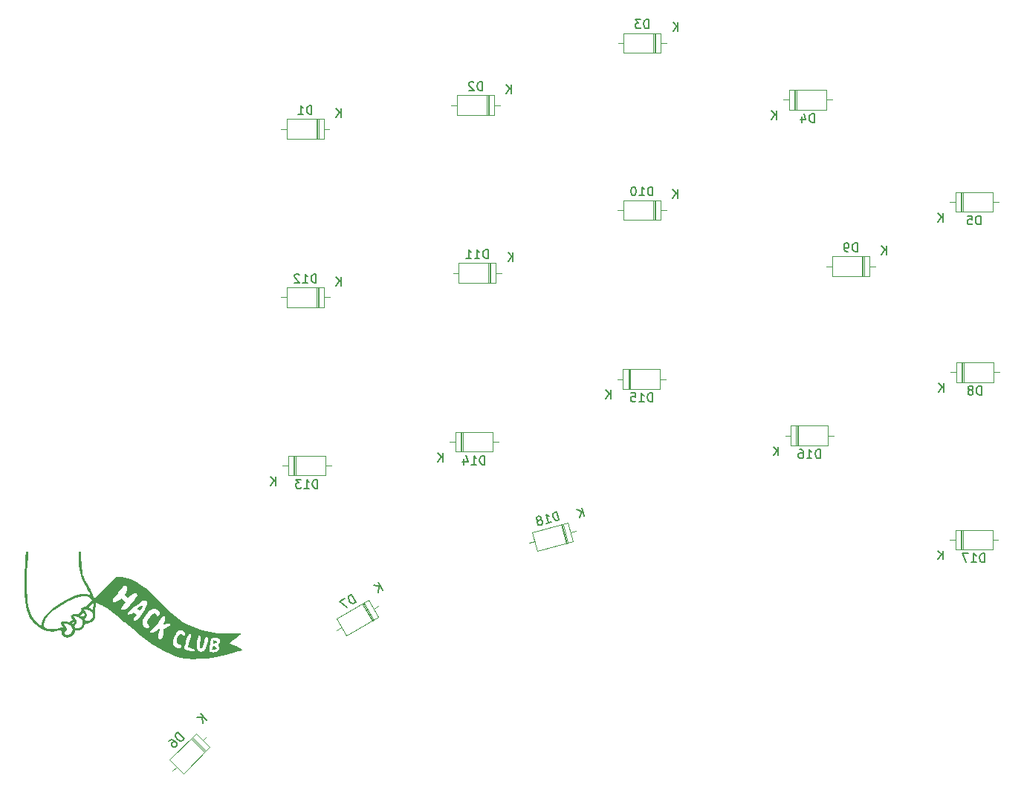
<source format=gbr>
%TF.GenerationSoftware,KiCad,Pcbnew,9.0.2-9.0.2-0~ubuntu24.04.1*%
%TF.CreationDate,2025-07-03T20:15:33-04:00*%
%TF.ProjectId,custom_Hackboard,63757374-6f6d-45f4-9861-636b626f6172,rev?*%
%TF.SameCoordinates,Original*%
%TF.FileFunction,Legend,Bot*%
%TF.FilePolarity,Positive*%
%FSLAX46Y46*%
G04 Gerber Fmt 4.6, Leading zero omitted, Abs format (unit mm)*
G04 Created by KiCad (PCBNEW 9.0.2-9.0.2-0~ubuntu24.04.1) date 2025-07-03 20:15:33*
%MOMM*%
%LPD*%
G01*
G04 APERTURE LIST*
%ADD10C,0.150000*%
%ADD11C,0.300000*%
%ADD12C,0.120000*%
%ADD13C,0.000000*%
G04 APERTURE END LIST*
D10*
X494914285Y-284224819D02*
X494914285Y-283224819D01*
X494914285Y-283224819D02*
X494676190Y-283224819D01*
X494676190Y-283224819D02*
X494533333Y-283272438D01*
X494533333Y-283272438D02*
X494438095Y-283367676D01*
X494438095Y-283367676D02*
X494390476Y-283462914D01*
X494390476Y-283462914D02*
X494342857Y-283653390D01*
X494342857Y-283653390D02*
X494342857Y-283796247D01*
X494342857Y-283796247D02*
X494390476Y-283986723D01*
X494390476Y-283986723D02*
X494438095Y-284081961D01*
X494438095Y-284081961D02*
X494533333Y-284177200D01*
X494533333Y-284177200D02*
X494676190Y-284224819D01*
X494676190Y-284224819D02*
X494914285Y-284224819D01*
X493390476Y-284224819D02*
X493961904Y-284224819D01*
X493676190Y-284224819D02*
X493676190Y-283224819D01*
X493676190Y-283224819D02*
X493771428Y-283367676D01*
X493771428Y-283367676D02*
X493866666Y-283462914D01*
X493866666Y-283462914D02*
X493961904Y-283510533D01*
X492438095Y-284224819D02*
X493009523Y-284224819D01*
X492723809Y-284224819D02*
X492723809Y-283224819D01*
X492723809Y-283224819D02*
X492819047Y-283367676D01*
X492819047Y-283367676D02*
X492914285Y-283462914D01*
X492914285Y-283462914D02*
X493009523Y-283510533D01*
X497771904Y-284544820D02*
X497771904Y-283544820D01*
X497200476Y-284544820D02*
X497629047Y-283973391D01*
X497200476Y-283544820D02*
X497771904Y-284116248D01*
X513694285Y-277064819D02*
X513694285Y-276064819D01*
X513694285Y-276064819D02*
X513456190Y-276064819D01*
X513456190Y-276064819D02*
X513313333Y-276112438D01*
X513313333Y-276112438D02*
X513218095Y-276207676D01*
X513218095Y-276207676D02*
X513170476Y-276302914D01*
X513170476Y-276302914D02*
X513122857Y-276493390D01*
X513122857Y-276493390D02*
X513122857Y-276636247D01*
X513122857Y-276636247D02*
X513170476Y-276826723D01*
X513170476Y-276826723D02*
X513218095Y-276921961D01*
X513218095Y-276921961D02*
X513313333Y-277017200D01*
X513313333Y-277017200D02*
X513456190Y-277064819D01*
X513456190Y-277064819D02*
X513694285Y-277064819D01*
X512170476Y-277064819D02*
X512741904Y-277064819D01*
X512456190Y-277064819D02*
X512456190Y-276064819D01*
X512456190Y-276064819D02*
X512551428Y-276207676D01*
X512551428Y-276207676D02*
X512646666Y-276302914D01*
X512646666Y-276302914D02*
X512741904Y-276350533D01*
X511551428Y-276064819D02*
X511456190Y-276064819D01*
X511456190Y-276064819D02*
X511360952Y-276112438D01*
X511360952Y-276112438D02*
X511313333Y-276160057D01*
X511313333Y-276160057D02*
X511265714Y-276255295D01*
X511265714Y-276255295D02*
X511218095Y-276445771D01*
X511218095Y-276445771D02*
X511218095Y-276683866D01*
X511218095Y-276683866D02*
X511265714Y-276874342D01*
X511265714Y-276874342D02*
X511313333Y-276969580D01*
X511313333Y-276969580D02*
X511360952Y-277017200D01*
X511360952Y-277017200D02*
X511456190Y-277064819D01*
X511456190Y-277064819D02*
X511551428Y-277064819D01*
X511551428Y-277064819D02*
X511646666Y-277017200D01*
X511646666Y-277017200D02*
X511694285Y-276969580D01*
X511694285Y-276969580D02*
X511741904Y-276874342D01*
X511741904Y-276874342D02*
X511789523Y-276683866D01*
X511789523Y-276683866D02*
X511789523Y-276445771D01*
X511789523Y-276445771D02*
X511741904Y-276255295D01*
X511741904Y-276255295D02*
X511694285Y-276160057D01*
X511694285Y-276160057D02*
X511646666Y-276112438D01*
X511646666Y-276112438D02*
X511551428Y-276064819D01*
X516551904Y-277384820D02*
X516551904Y-276384820D01*
X515980476Y-277384820D02*
X516409047Y-276813391D01*
X515980476Y-276384820D02*
X516551904Y-276956248D01*
X532774283Y-307014820D02*
X532774283Y-306014820D01*
X532774283Y-306014820D02*
X532536188Y-306014820D01*
X532536188Y-306014820D02*
X532393331Y-306062439D01*
X532393331Y-306062439D02*
X532298093Y-306157677D01*
X532298093Y-306157677D02*
X532250474Y-306252915D01*
X532250474Y-306252915D02*
X532202855Y-306443391D01*
X532202855Y-306443391D02*
X532202855Y-306586248D01*
X532202855Y-306586248D02*
X532250474Y-306776724D01*
X532250474Y-306776724D02*
X532298093Y-306871962D01*
X532298093Y-306871962D02*
X532393331Y-306967201D01*
X532393331Y-306967201D02*
X532536188Y-307014820D01*
X532536188Y-307014820D02*
X532774283Y-307014820D01*
X531250474Y-307014820D02*
X531821902Y-307014820D01*
X531536188Y-307014820D02*
X531536188Y-306014820D01*
X531536188Y-306014820D02*
X531631426Y-306157677D01*
X531631426Y-306157677D02*
X531726664Y-306252915D01*
X531726664Y-306252915D02*
X531821902Y-306300534D01*
X530393331Y-306014820D02*
X530583807Y-306014820D01*
X530583807Y-306014820D02*
X530679045Y-306062439D01*
X530679045Y-306062439D02*
X530726664Y-306110058D01*
X530726664Y-306110058D02*
X530821902Y-306252915D01*
X530821902Y-306252915D02*
X530869521Y-306443391D01*
X530869521Y-306443391D02*
X530869521Y-306824343D01*
X530869521Y-306824343D02*
X530821902Y-306919581D01*
X530821902Y-306919581D02*
X530774283Y-306967201D01*
X530774283Y-306967201D02*
X530679045Y-307014820D01*
X530679045Y-307014820D02*
X530488569Y-307014820D01*
X530488569Y-307014820D02*
X530393331Y-306967201D01*
X530393331Y-306967201D02*
X530345712Y-306919581D01*
X530345712Y-306919581D02*
X530298093Y-306824343D01*
X530298093Y-306824343D02*
X530298093Y-306586248D01*
X530298093Y-306586248D02*
X530345712Y-306491010D01*
X530345712Y-306491010D02*
X530393331Y-306443391D01*
X530393331Y-306443391D02*
X530488569Y-306395772D01*
X530488569Y-306395772D02*
X530679045Y-306395772D01*
X530679045Y-306395772D02*
X530774283Y-306443391D01*
X530774283Y-306443391D02*
X530821902Y-306491010D01*
X530821902Y-306491010D02*
X530869521Y-306586248D01*
X528011904Y-306694818D02*
X528011904Y-305694818D01*
X527440476Y-306694818D02*
X527869047Y-306123389D01*
X527440476Y-305694818D02*
X528011904Y-306266246D01*
X532088093Y-268724819D02*
X532088093Y-267724819D01*
X532088093Y-267724819D02*
X531849998Y-267724819D01*
X531849998Y-267724819D02*
X531707141Y-267772438D01*
X531707141Y-267772438D02*
X531611903Y-267867676D01*
X531611903Y-267867676D02*
X531564284Y-267962914D01*
X531564284Y-267962914D02*
X531516665Y-268153390D01*
X531516665Y-268153390D02*
X531516665Y-268296247D01*
X531516665Y-268296247D02*
X531564284Y-268486723D01*
X531564284Y-268486723D02*
X531611903Y-268581961D01*
X531611903Y-268581961D02*
X531707141Y-268677200D01*
X531707141Y-268677200D02*
X531849998Y-268724819D01*
X531849998Y-268724819D02*
X532088093Y-268724819D01*
X530659522Y-268058152D02*
X530659522Y-268724819D01*
X530897617Y-267677200D02*
X531135712Y-268391485D01*
X531135712Y-268391485D02*
X530516665Y-268391485D01*
X527801904Y-268404818D02*
X527801904Y-267404818D01*
X527230476Y-268404818D02*
X527659047Y-267833389D01*
X527230476Y-267404818D02*
X527801904Y-267976246D01*
X551138096Y-299784819D02*
X551138096Y-298784819D01*
X551138096Y-298784819D02*
X550900001Y-298784819D01*
X550900001Y-298784819D02*
X550757144Y-298832438D01*
X550757144Y-298832438D02*
X550661906Y-298927676D01*
X550661906Y-298927676D02*
X550614287Y-299022914D01*
X550614287Y-299022914D02*
X550566668Y-299213390D01*
X550566668Y-299213390D02*
X550566668Y-299356247D01*
X550566668Y-299356247D02*
X550614287Y-299546723D01*
X550614287Y-299546723D02*
X550661906Y-299641961D01*
X550661906Y-299641961D02*
X550757144Y-299737200D01*
X550757144Y-299737200D02*
X550900001Y-299784819D01*
X550900001Y-299784819D02*
X551138096Y-299784819D01*
X549995239Y-299213390D02*
X550090477Y-299165771D01*
X550090477Y-299165771D02*
X550138096Y-299118152D01*
X550138096Y-299118152D02*
X550185715Y-299022914D01*
X550185715Y-299022914D02*
X550185715Y-298975295D01*
X550185715Y-298975295D02*
X550138096Y-298880057D01*
X550138096Y-298880057D02*
X550090477Y-298832438D01*
X550090477Y-298832438D02*
X549995239Y-298784819D01*
X549995239Y-298784819D02*
X549804763Y-298784819D01*
X549804763Y-298784819D02*
X549709525Y-298832438D01*
X549709525Y-298832438D02*
X549661906Y-298880057D01*
X549661906Y-298880057D02*
X549614287Y-298975295D01*
X549614287Y-298975295D02*
X549614287Y-299022914D01*
X549614287Y-299022914D02*
X549661906Y-299118152D01*
X549661906Y-299118152D02*
X549709525Y-299165771D01*
X549709525Y-299165771D02*
X549804763Y-299213390D01*
X549804763Y-299213390D02*
X549995239Y-299213390D01*
X549995239Y-299213390D02*
X550090477Y-299261009D01*
X550090477Y-299261009D02*
X550138096Y-299308628D01*
X550138096Y-299308628D02*
X550185715Y-299403866D01*
X550185715Y-299403866D02*
X550185715Y-299594342D01*
X550185715Y-299594342D02*
X550138096Y-299689580D01*
X550138096Y-299689580D02*
X550090477Y-299737200D01*
X550090477Y-299737200D02*
X549995239Y-299784819D01*
X549995239Y-299784819D02*
X549804763Y-299784819D01*
X549804763Y-299784819D02*
X549709525Y-299737200D01*
X549709525Y-299737200D02*
X549661906Y-299689580D01*
X549661906Y-299689580D02*
X549614287Y-299594342D01*
X549614287Y-299594342D02*
X549614287Y-299403866D01*
X549614287Y-299403866D02*
X549661906Y-299308628D01*
X549661906Y-299308628D02*
X549709525Y-299261009D01*
X549709525Y-299261009D02*
X549804763Y-299213390D01*
X546851904Y-299464818D02*
X546851904Y-298464818D01*
X546280476Y-299464818D02*
X546709047Y-298893389D01*
X546280476Y-298464818D02*
X546851904Y-299036246D01*
X513644286Y-300564819D02*
X513644286Y-299564819D01*
X513644286Y-299564819D02*
X513406191Y-299564819D01*
X513406191Y-299564819D02*
X513263334Y-299612438D01*
X513263334Y-299612438D02*
X513168096Y-299707676D01*
X513168096Y-299707676D02*
X513120477Y-299802914D01*
X513120477Y-299802914D02*
X513072858Y-299993390D01*
X513072858Y-299993390D02*
X513072858Y-300136247D01*
X513072858Y-300136247D02*
X513120477Y-300326723D01*
X513120477Y-300326723D02*
X513168096Y-300421961D01*
X513168096Y-300421961D02*
X513263334Y-300517200D01*
X513263334Y-300517200D02*
X513406191Y-300564819D01*
X513406191Y-300564819D02*
X513644286Y-300564819D01*
X512120477Y-300564819D02*
X512691905Y-300564819D01*
X512406191Y-300564819D02*
X512406191Y-299564819D01*
X512406191Y-299564819D02*
X512501429Y-299707676D01*
X512501429Y-299707676D02*
X512596667Y-299802914D01*
X512596667Y-299802914D02*
X512691905Y-299850533D01*
X511215715Y-299564819D02*
X511691905Y-299564819D01*
X511691905Y-299564819D02*
X511739524Y-300041009D01*
X511739524Y-300041009D02*
X511691905Y-299993390D01*
X511691905Y-299993390D02*
X511596667Y-299945771D01*
X511596667Y-299945771D02*
X511358572Y-299945771D01*
X511358572Y-299945771D02*
X511263334Y-299993390D01*
X511263334Y-299993390D02*
X511215715Y-300041009D01*
X511215715Y-300041009D02*
X511168096Y-300136247D01*
X511168096Y-300136247D02*
X511168096Y-300374342D01*
X511168096Y-300374342D02*
X511215715Y-300469580D01*
X511215715Y-300469580D02*
X511263334Y-300517200D01*
X511263334Y-300517200D02*
X511358572Y-300564819D01*
X511358572Y-300564819D02*
X511596667Y-300564819D01*
X511596667Y-300564819D02*
X511691905Y-300517200D01*
X511691905Y-300517200D02*
X511739524Y-300469580D01*
X508881904Y-300244818D02*
X508881904Y-299244818D01*
X508310476Y-300244818D02*
X508739047Y-299673389D01*
X508310476Y-299244818D02*
X508881904Y-299816246D01*
X494544283Y-307724820D02*
X494544283Y-306724820D01*
X494544283Y-306724820D02*
X494306188Y-306724820D01*
X494306188Y-306724820D02*
X494163331Y-306772439D01*
X494163331Y-306772439D02*
X494068093Y-306867677D01*
X494068093Y-306867677D02*
X494020474Y-306962915D01*
X494020474Y-306962915D02*
X493972855Y-307153391D01*
X493972855Y-307153391D02*
X493972855Y-307296248D01*
X493972855Y-307296248D02*
X494020474Y-307486724D01*
X494020474Y-307486724D02*
X494068093Y-307581962D01*
X494068093Y-307581962D02*
X494163331Y-307677201D01*
X494163331Y-307677201D02*
X494306188Y-307724820D01*
X494306188Y-307724820D02*
X494544283Y-307724820D01*
X493020474Y-307724820D02*
X493591902Y-307724820D01*
X493306188Y-307724820D02*
X493306188Y-306724820D01*
X493306188Y-306724820D02*
X493401426Y-306867677D01*
X493401426Y-306867677D02*
X493496664Y-306962915D01*
X493496664Y-306962915D02*
X493591902Y-307010534D01*
X492163331Y-307058153D02*
X492163331Y-307724820D01*
X492401426Y-306677201D02*
X492639521Y-307391486D01*
X492639521Y-307391486D02*
X492020474Y-307391486D01*
X489781904Y-307404818D02*
X489781904Y-306404818D01*
X489210476Y-307404818D02*
X489639047Y-306833389D01*
X489210476Y-306404818D02*
X489781904Y-306976246D01*
X460280374Y-338984703D02*
X459573267Y-338277597D01*
X459573267Y-338277597D02*
X459404908Y-338445955D01*
X459404908Y-338445955D02*
X459337565Y-338580642D01*
X459337565Y-338580642D02*
X459337565Y-338715329D01*
X459337565Y-338715329D02*
X459371237Y-338816345D01*
X459371237Y-338816345D02*
X459472252Y-338984703D01*
X459472252Y-338984703D02*
X459573267Y-339085719D01*
X459573267Y-339085719D02*
X459741626Y-339186734D01*
X459741626Y-339186734D02*
X459842641Y-339220406D01*
X459842641Y-339220406D02*
X459977328Y-339220406D01*
X459977328Y-339220406D02*
X460112015Y-339153062D01*
X460112015Y-339153062D02*
X460280374Y-338984703D01*
X458563115Y-339287749D02*
X458697802Y-339153062D01*
X458697802Y-339153062D02*
X458798817Y-339119390D01*
X458798817Y-339119390D02*
X458866160Y-339119390D01*
X458866160Y-339119390D02*
X459034519Y-339153062D01*
X459034519Y-339153062D02*
X459202878Y-339254077D01*
X459202878Y-339254077D02*
X459472252Y-339523451D01*
X459472252Y-339523451D02*
X459505924Y-339624467D01*
X459505924Y-339624467D02*
X459505924Y-339691810D01*
X459505924Y-339691810D02*
X459472252Y-339792825D01*
X459472252Y-339792825D02*
X459337565Y-339927512D01*
X459337565Y-339927512D02*
X459236550Y-339961184D01*
X459236550Y-339961184D02*
X459169206Y-339961184D01*
X459169206Y-339961184D02*
X459068191Y-339927512D01*
X459068191Y-339927512D02*
X458899832Y-339759154D01*
X458899832Y-339759154D02*
X458866160Y-339658138D01*
X458866160Y-339658138D02*
X458866160Y-339590795D01*
X458866160Y-339590795D02*
X458899832Y-339489780D01*
X458899832Y-339489780D02*
X459034519Y-339355093D01*
X459034519Y-339355093D02*
X459135534Y-339321421D01*
X459135534Y-339321421D02*
X459202878Y-339321421D01*
X459202878Y-339321421D02*
X459303893Y-339355093D01*
X462864008Y-336853618D02*
X462156901Y-336146512D01*
X462459947Y-337257680D02*
X462358931Y-336550573D01*
X461752840Y-336550573D02*
X462560962Y-336550573D01*
X536988097Y-283454819D02*
X536988097Y-282454819D01*
X536988097Y-282454819D02*
X536750002Y-282454819D01*
X536750002Y-282454819D02*
X536607145Y-282502438D01*
X536607145Y-282502438D02*
X536511907Y-282597676D01*
X536511907Y-282597676D02*
X536464288Y-282692914D01*
X536464288Y-282692914D02*
X536416669Y-282883390D01*
X536416669Y-282883390D02*
X536416669Y-283026247D01*
X536416669Y-283026247D02*
X536464288Y-283216723D01*
X536464288Y-283216723D02*
X536511907Y-283311961D01*
X536511907Y-283311961D02*
X536607145Y-283407200D01*
X536607145Y-283407200D02*
X536750002Y-283454819D01*
X536750002Y-283454819D02*
X536988097Y-283454819D01*
X535940478Y-283454819D02*
X535750002Y-283454819D01*
X535750002Y-283454819D02*
X535654764Y-283407200D01*
X535654764Y-283407200D02*
X535607145Y-283359580D01*
X535607145Y-283359580D02*
X535511907Y-283216723D01*
X535511907Y-283216723D02*
X535464288Y-283026247D01*
X535464288Y-283026247D02*
X535464288Y-282645295D01*
X535464288Y-282645295D02*
X535511907Y-282550057D01*
X535511907Y-282550057D02*
X535559526Y-282502438D01*
X535559526Y-282502438D02*
X535654764Y-282454819D01*
X535654764Y-282454819D02*
X535845240Y-282454819D01*
X535845240Y-282454819D02*
X535940478Y-282502438D01*
X535940478Y-282502438D02*
X535988097Y-282550057D01*
X535988097Y-282550057D02*
X536035716Y-282645295D01*
X536035716Y-282645295D02*
X536035716Y-282883390D01*
X536035716Y-282883390D02*
X535988097Y-282978628D01*
X535988097Y-282978628D02*
X535940478Y-283026247D01*
X535940478Y-283026247D02*
X535845240Y-283073866D01*
X535845240Y-283073866D02*
X535654764Y-283073866D01*
X535654764Y-283073866D02*
X535559526Y-283026247D01*
X535559526Y-283026247D02*
X535511907Y-282978628D01*
X535511907Y-282978628D02*
X535464288Y-282883390D01*
X540321904Y-283774820D02*
X540321904Y-282774820D01*
X539750476Y-283774820D02*
X540179047Y-283203391D01*
X539750476Y-282774820D02*
X540321904Y-283346248D01*
X551048093Y-280364819D02*
X551048093Y-279364819D01*
X551048093Y-279364819D02*
X550809998Y-279364819D01*
X550809998Y-279364819D02*
X550667141Y-279412438D01*
X550667141Y-279412438D02*
X550571903Y-279507676D01*
X550571903Y-279507676D02*
X550524284Y-279602914D01*
X550524284Y-279602914D02*
X550476665Y-279793390D01*
X550476665Y-279793390D02*
X550476665Y-279936247D01*
X550476665Y-279936247D02*
X550524284Y-280126723D01*
X550524284Y-280126723D02*
X550571903Y-280221961D01*
X550571903Y-280221961D02*
X550667141Y-280317200D01*
X550667141Y-280317200D02*
X550809998Y-280364819D01*
X550809998Y-280364819D02*
X551048093Y-280364819D01*
X549571903Y-279364819D02*
X550048093Y-279364819D01*
X550048093Y-279364819D02*
X550095712Y-279841009D01*
X550095712Y-279841009D02*
X550048093Y-279793390D01*
X550048093Y-279793390D02*
X549952855Y-279745771D01*
X549952855Y-279745771D02*
X549714760Y-279745771D01*
X549714760Y-279745771D02*
X549619522Y-279793390D01*
X549619522Y-279793390D02*
X549571903Y-279841009D01*
X549571903Y-279841009D02*
X549524284Y-279936247D01*
X549524284Y-279936247D02*
X549524284Y-280174342D01*
X549524284Y-280174342D02*
X549571903Y-280269580D01*
X549571903Y-280269580D02*
X549619522Y-280317200D01*
X549619522Y-280317200D02*
X549714760Y-280364819D01*
X549714760Y-280364819D02*
X549952855Y-280364819D01*
X549952855Y-280364819D02*
X550048093Y-280317200D01*
X550048093Y-280317200D02*
X550095712Y-280269580D01*
X546761904Y-280044818D02*
X546761904Y-279044818D01*
X546190476Y-280044818D02*
X546619047Y-279473389D01*
X546190476Y-279044818D02*
X546761904Y-279616246D01*
X479856161Y-323423863D02*
X479356161Y-322557838D01*
X479356161Y-322557838D02*
X479149964Y-322676885D01*
X479149964Y-322676885D02*
X479050056Y-322789553D01*
X479050056Y-322789553D02*
X479015196Y-322919651D01*
X479015196Y-322919651D02*
X479021576Y-323025939D01*
X479021576Y-323025939D02*
X479075575Y-323214706D01*
X479075575Y-323214706D02*
X479147003Y-323338424D01*
X479147003Y-323338424D02*
X479283481Y-323479571D01*
X479283481Y-323479571D02*
X479372339Y-323538240D01*
X479372339Y-323538240D02*
X479502437Y-323573100D01*
X479502437Y-323573100D02*
X479649964Y-323542911D01*
X479649964Y-323542911D02*
X479856161Y-323423863D01*
X478572614Y-323010219D02*
X477995264Y-323343552D01*
X477995264Y-323343552D02*
X478866418Y-323995292D01*
X482903325Y-322034087D02*
X482403325Y-321168062D01*
X482408454Y-322319801D02*
X482493893Y-321610644D01*
X481908454Y-321453776D02*
X482689039Y-321662933D01*
X474838094Y-267794819D02*
X474838094Y-266794819D01*
X474838094Y-266794819D02*
X474599999Y-266794819D01*
X474599999Y-266794819D02*
X474457142Y-266842438D01*
X474457142Y-266842438D02*
X474361904Y-266937676D01*
X474361904Y-266937676D02*
X474314285Y-267032914D01*
X474314285Y-267032914D02*
X474266666Y-267223390D01*
X474266666Y-267223390D02*
X474266666Y-267366247D01*
X474266666Y-267366247D02*
X474314285Y-267556723D01*
X474314285Y-267556723D02*
X474361904Y-267651961D01*
X474361904Y-267651961D02*
X474457142Y-267747200D01*
X474457142Y-267747200D02*
X474599999Y-267794819D01*
X474599999Y-267794819D02*
X474838094Y-267794819D01*
X473314285Y-267794819D02*
X473885713Y-267794819D01*
X473599999Y-267794819D02*
X473599999Y-266794819D01*
X473599999Y-266794819D02*
X473695237Y-266937676D01*
X473695237Y-266937676D02*
X473790475Y-267032914D01*
X473790475Y-267032914D02*
X473885713Y-267080533D01*
X478171904Y-268114819D02*
X478171904Y-267114819D01*
X477600476Y-268114819D02*
X478029047Y-267543390D01*
X477600476Y-267114819D02*
X478171904Y-267686247D01*
X551514283Y-318874820D02*
X551514283Y-317874820D01*
X551514283Y-317874820D02*
X551276188Y-317874820D01*
X551276188Y-317874820D02*
X551133331Y-317922439D01*
X551133331Y-317922439D02*
X551038093Y-318017677D01*
X551038093Y-318017677D02*
X550990474Y-318112915D01*
X550990474Y-318112915D02*
X550942855Y-318303391D01*
X550942855Y-318303391D02*
X550942855Y-318446248D01*
X550942855Y-318446248D02*
X550990474Y-318636724D01*
X550990474Y-318636724D02*
X551038093Y-318731962D01*
X551038093Y-318731962D02*
X551133331Y-318827201D01*
X551133331Y-318827201D02*
X551276188Y-318874820D01*
X551276188Y-318874820D02*
X551514283Y-318874820D01*
X549990474Y-318874820D02*
X550561902Y-318874820D01*
X550276188Y-318874820D02*
X550276188Y-317874820D01*
X550276188Y-317874820D02*
X550371426Y-318017677D01*
X550371426Y-318017677D02*
X550466664Y-318112915D01*
X550466664Y-318112915D02*
X550561902Y-318160534D01*
X549657140Y-317874820D02*
X548990474Y-317874820D01*
X548990474Y-317874820D02*
X549419045Y-318874820D01*
X546751904Y-318554818D02*
X546751904Y-317554818D01*
X546180476Y-318554818D02*
X546609047Y-317983389D01*
X546180476Y-317554818D02*
X546751904Y-318126246D01*
X503031951Y-314057279D02*
X502773132Y-313091353D01*
X502773132Y-313091353D02*
X502543150Y-313152976D01*
X502543150Y-313152976D02*
X502417485Y-313235947D01*
X502417485Y-313235947D02*
X502350142Y-313352589D01*
X502350142Y-313352589D02*
X502328795Y-313456907D01*
X502328795Y-313456907D02*
X502332097Y-313653218D01*
X502332097Y-313653218D02*
X502369071Y-313791207D01*
X502369071Y-313791207D02*
X502464367Y-313962868D01*
X502464367Y-313962868D02*
X502535012Y-314042536D01*
X502535012Y-314042536D02*
X502651655Y-314109880D01*
X502651655Y-314109880D02*
X502801969Y-314118902D01*
X502801969Y-314118902D02*
X503031951Y-314057279D01*
X501560064Y-314451670D02*
X502112022Y-314303773D01*
X501836043Y-314377721D02*
X501577224Y-313411795D01*
X501577224Y-313411795D02*
X501706191Y-313525135D01*
X501706191Y-313525135D02*
X501822834Y-313592479D01*
X501822834Y-313592479D02*
X501927151Y-313613826D01*
X500860210Y-314047609D02*
X500939878Y-313976963D01*
X500939878Y-313976963D02*
X500973550Y-313918642D01*
X500973550Y-313918642D02*
X500994897Y-313814324D01*
X500994897Y-313814324D02*
X500982572Y-313768327D01*
X500982572Y-313768327D02*
X500911926Y-313688659D01*
X500911926Y-313688659D02*
X500853605Y-313654987D01*
X500853605Y-313654987D02*
X500749288Y-313633640D01*
X500749288Y-313633640D02*
X500565302Y-313682939D01*
X500565302Y-313682939D02*
X500485634Y-313753585D01*
X500485634Y-313753585D02*
X500451962Y-313811906D01*
X500451962Y-313811906D02*
X500430615Y-313916224D01*
X500430615Y-313916224D02*
X500442939Y-313962220D01*
X500442939Y-313962220D02*
X500513585Y-314041889D01*
X500513585Y-314041889D02*
X500571907Y-314075560D01*
X500571907Y-314075560D02*
X500676224Y-314096907D01*
X500676224Y-314096907D02*
X500860210Y-314047609D01*
X500860210Y-314047609D02*
X500964528Y-314068956D01*
X500964528Y-314068956D02*
X501022849Y-314102627D01*
X501022849Y-314102627D02*
X501093495Y-314182296D01*
X501093495Y-314182296D02*
X501142794Y-314366281D01*
X501142794Y-314366281D02*
X501121447Y-314470599D01*
X501121447Y-314470599D02*
X501087775Y-314528920D01*
X501087775Y-314528920D02*
X501008107Y-314599566D01*
X501008107Y-314599566D02*
X500824121Y-314648865D01*
X500824121Y-314648865D02*
X500719803Y-314627518D01*
X500719803Y-314627518D02*
X500661482Y-314593846D01*
X500661482Y-314593846D02*
X500590836Y-314514178D01*
X500590836Y-314514178D02*
X500541537Y-314330192D01*
X500541537Y-314330192D02*
X500562884Y-314225875D01*
X500562884Y-314225875D02*
X500596556Y-314167553D01*
X500596556Y-314167553D02*
X500676224Y-314096907D01*
X505875022Y-313626769D02*
X505616203Y-312660843D01*
X505323064Y-313774666D02*
X505589136Y-313111786D01*
X505064245Y-312808740D02*
X505764099Y-313212801D01*
X513238097Y-257994819D02*
X513238097Y-256994819D01*
X513238097Y-256994819D02*
X513000002Y-256994819D01*
X513000002Y-256994819D02*
X512857145Y-257042438D01*
X512857145Y-257042438D02*
X512761907Y-257137676D01*
X512761907Y-257137676D02*
X512714288Y-257232914D01*
X512714288Y-257232914D02*
X512666669Y-257423390D01*
X512666669Y-257423390D02*
X512666669Y-257566247D01*
X512666669Y-257566247D02*
X512714288Y-257756723D01*
X512714288Y-257756723D02*
X512761907Y-257851961D01*
X512761907Y-257851961D02*
X512857145Y-257947200D01*
X512857145Y-257947200D02*
X513000002Y-257994819D01*
X513000002Y-257994819D02*
X513238097Y-257994819D01*
X512333335Y-256994819D02*
X511714288Y-256994819D01*
X511714288Y-256994819D02*
X512047621Y-257375771D01*
X512047621Y-257375771D02*
X511904764Y-257375771D01*
X511904764Y-257375771D02*
X511809526Y-257423390D01*
X511809526Y-257423390D02*
X511761907Y-257471009D01*
X511761907Y-257471009D02*
X511714288Y-257566247D01*
X511714288Y-257566247D02*
X511714288Y-257804342D01*
X511714288Y-257804342D02*
X511761907Y-257899580D01*
X511761907Y-257899580D02*
X511809526Y-257947200D01*
X511809526Y-257947200D02*
X511904764Y-257994819D01*
X511904764Y-257994819D02*
X512190478Y-257994819D01*
X512190478Y-257994819D02*
X512285716Y-257947200D01*
X512285716Y-257947200D02*
X512333335Y-257899580D01*
X516571904Y-258314820D02*
X516571904Y-257314820D01*
X516000476Y-258314820D02*
X516429047Y-257743391D01*
X516000476Y-257314820D02*
X516571904Y-257886248D01*
X475494283Y-310434820D02*
X475494283Y-309434820D01*
X475494283Y-309434820D02*
X475256188Y-309434820D01*
X475256188Y-309434820D02*
X475113331Y-309482439D01*
X475113331Y-309482439D02*
X475018093Y-309577677D01*
X475018093Y-309577677D02*
X474970474Y-309672915D01*
X474970474Y-309672915D02*
X474922855Y-309863391D01*
X474922855Y-309863391D02*
X474922855Y-310006248D01*
X474922855Y-310006248D02*
X474970474Y-310196724D01*
X474970474Y-310196724D02*
X475018093Y-310291962D01*
X475018093Y-310291962D02*
X475113331Y-310387201D01*
X475113331Y-310387201D02*
X475256188Y-310434820D01*
X475256188Y-310434820D02*
X475494283Y-310434820D01*
X473970474Y-310434820D02*
X474541902Y-310434820D01*
X474256188Y-310434820D02*
X474256188Y-309434820D01*
X474256188Y-309434820D02*
X474351426Y-309577677D01*
X474351426Y-309577677D02*
X474446664Y-309672915D01*
X474446664Y-309672915D02*
X474541902Y-309720534D01*
X473637140Y-309434820D02*
X473018093Y-309434820D01*
X473018093Y-309434820D02*
X473351426Y-309815772D01*
X473351426Y-309815772D02*
X473208569Y-309815772D01*
X473208569Y-309815772D02*
X473113331Y-309863391D01*
X473113331Y-309863391D02*
X473065712Y-309911010D01*
X473065712Y-309911010D02*
X473018093Y-310006248D01*
X473018093Y-310006248D02*
X473018093Y-310244343D01*
X473018093Y-310244343D02*
X473065712Y-310339581D01*
X473065712Y-310339581D02*
X473113331Y-310387201D01*
X473113331Y-310387201D02*
X473208569Y-310434820D01*
X473208569Y-310434820D02*
X473494283Y-310434820D01*
X473494283Y-310434820D02*
X473589521Y-310387201D01*
X473589521Y-310387201D02*
X473637140Y-310339581D01*
X470731904Y-310114818D02*
X470731904Y-309114818D01*
X470160476Y-310114818D02*
X470589047Y-309543389D01*
X470160476Y-309114818D02*
X470731904Y-309686246D01*
X475344285Y-287004819D02*
X475344285Y-286004819D01*
X475344285Y-286004819D02*
X475106190Y-286004819D01*
X475106190Y-286004819D02*
X474963333Y-286052438D01*
X474963333Y-286052438D02*
X474868095Y-286147676D01*
X474868095Y-286147676D02*
X474820476Y-286242914D01*
X474820476Y-286242914D02*
X474772857Y-286433390D01*
X474772857Y-286433390D02*
X474772857Y-286576247D01*
X474772857Y-286576247D02*
X474820476Y-286766723D01*
X474820476Y-286766723D02*
X474868095Y-286861961D01*
X474868095Y-286861961D02*
X474963333Y-286957200D01*
X474963333Y-286957200D02*
X475106190Y-287004819D01*
X475106190Y-287004819D02*
X475344285Y-287004819D01*
X473820476Y-287004819D02*
X474391904Y-287004819D01*
X474106190Y-287004819D02*
X474106190Y-286004819D01*
X474106190Y-286004819D02*
X474201428Y-286147676D01*
X474201428Y-286147676D02*
X474296666Y-286242914D01*
X474296666Y-286242914D02*
X474391904Y-286290533D01*
X473439523Y-286100057D02*
X473391904Y-286052438D01*
X473391904Y-286052438D02*
X473296666Y-286004819D01*
X473296666Y-286004819D02*
X473058571Y-286004819D01*
X473058571Y-286004819D02*
X472963333Y-286052438D01*
X472963333Y-286052438D02*
X472915714Y-286100057D01*
X472915714Y-286100057D02*
X472868095Y-286195295D01*
X472868095Y-286195295D02*
X472868095Y-286290533D01*
X472868095Y-286290533D02*
X472915714Y-286433390D01*
X472915714Y-286433390D02*
X473487142Y-287004819D01*
X473487142Y-287004819D02*
X472868095Y-287004819D01*
X478201904Y-287324819D02*
X478201904Y-286324819D01*
X477630476Y-287324819D02*
X478059047Y-286753390D01*
X477630476Y-286324819D02*
X478201904Y-286896247D01*
X494248094Y-265094819D02*
X494248094Y-264094819D01*
X494248094Y-264094819D02*
X494009999Y-264094819D01*
X494009999Y-264094819D02*
X493867142Y-264142438D01*
X493867142Y-264142438D02*
X493771904Y-264237676D01*
X493771904Y-264237676D02*
X493724285Y-264332914D01*
X493724285Y-264332914D02*
X493676666Y-264523390D01*
X493676666Y-264523390D02*
X493676666Y-264666247D01*
X493676666Y-264666247D02*
X493724285Y-264856723D01*
X493724285Y-264856723D02*
X493771904Y-264951961D01*
X493771904Y-264951961D02*
X493867142Y-265047200D01*
X493867142Y-265047200D02*
X494009999Y-265094819D01*
X494009999Y-265094819D02*
X494248094Y-265094819D01*
X493295713Y-264190057D02*
X493248094Y-264142438D01*
X493248094Y-264142438D02*
X493152856Y-264094819D01*
X493152856Y-264094819D02*
X492914761Y-264094819D01*
X492914761Y-264094819D02*
X492819523Y-264142438D01*
X492819523Y-264142438D02*
X492771904Y-264190057D01*
X492771904Y-264190057D02*
X492724285Y-264285295D01*
X492724285Y-264285295D02*
X492724285Y-264380533D01*
X492724285Y-264380533D02*
X492771904Y-264523390D01*
X492771904Y-264523390D02*
X493343332Y-265094819D01*
X493343332Y-265094819D02*
X492724285Y-265094819D01*
X497581904Y-265414819D02*
X497581904Y-264414819D01*
X497010476Y-265414819D02*
X497439047Y-264843390D01*
X497010476Y-264414819D02*
X497581904Y-264986247D01*
D11*
D12*
%TO.C,D11*%
X496470000Y-285890000D02*
X495820000Y-285890000D01*
X495220000Y-284770000D02*
X495220000Y-287010000D01*
X495100000Y-284770000D02*
X495100000Y-287010000D01*
X494980000Y-284770000D02*
X494980000Y-287010000D01*
X490930000Y-285890000D02*
X491580000Y-285890000D01*
X495820000Y-284770000D02*
X491580000Y-284770000D01*
X491580000Y-287010000D01*
X495820000Y-287010000D01*
X495820000Y-284770000D01*
%TO.C,D10*%
X515250000Y-278730000D02*
X514600000Y-278730000D01*
X514000000Y-277610000D02*
X514000000Y-279850000D01*
X513880000Y-277610000D02*
X513880000Y-279850000D01*
X513760000Y-277610000D02*
X513760000Y-279850000D01*
X509710000Y-278730000D02*
X510360000Y-278730000D01*
X514600000Y-277610000D02*
X510360000Y-277610000D01*
X510360000Y-279850000D01*
X514600000Y-279850000D01*
X514600000Y-277610000D01*
%TO.C,D16*%
X528790000Y-304440000D02*
X529440000Y-304440000D01*
X530040000Y-305560000D02*
X530040000Y-303320000D01*
X530160000Y-305560000D02*
X530160000Y-303320000D01*
X530280000Y-305560000D02*
X530280000Y-303320000D01*
X534330000Y-304440000D02*
X533680000Y-304440000D01*
X529440000Y-305560000D02*
X533680000Y-305560000D01*
X533680000Y-303320000D01*
X529440000Y-303320000D01*
X529440000Y-305560000D01*
%TO.C,D4*%
X528580000Y-266150000D02*
X529230000Y-266150000D01*
X529830000Y-267270000D02*
X529830000Y-265030000D01*
X529950000Y-267270000D02*
X529950000Y-265030000D01*
X530070000Y-267270000D02*
X530070000Y-265030000D01*
X534120000Y-266150000D02*
X533470000Y-266150000D01*
X529230000Y-267270000D02*
X533470000Y-267270000D01*
X533470000Y-265030000D01*
X529230000Y-265030000D01*
X529230000Y-267270000D01*
%TO.C,D8*%
X547630000Y-297210000D02*
X548280000Y-297210000D01*
X548880000Y-298330000D02*
X548880000Y-296090000D01*
X549000000Y-298330000D02*
X549000000Y-296090000D01*
X549120000Y-298330000D02*
X549120000Y-296090000D01*
X553170000Y-297210000D02*
X552520000Y-297210000D01*
X548280000Y-298330000D02*
X552520000Y-298330000D01*
X552520000Y-296090000D01*
X548280000Y-296090000D01*
X548280000Y-298330000D01*
%TO.C,D15*%
X509660000Y-297990000D02*
X510310000Y-297990000D01*
X510910000Y-299110000D02*
X510910000Y-296870000D01*
X511030000Y-299110000D02*
X511030000Y-296870000D01*
X511150000Y-299110000D02*
X511150000Y-296870000D01*
X515200000Y-297990000D02*
X514550000Y-297990000D01*
X510310000Y-299110000D02*
X514550000Y-299110000D01*
X514550000Y-296870000D01*
X510310000Y-296870000D01*
X510310000Y-299110000D01*
%TO.C,D14*%
X490560000Y-305150000D02*
X491210000Y-305150000D01*
X491810000Y-306270000D02*
X491810000Y-304030000D01*
X491930000Y-306270000D02*
X491930000Y-304030000D01*
X492050000Y-306270000D02*
X492050000Y-304030000D01*
X496100000Y-305150000D02*
X495450000Y-305150000D01*
X491210000Y-306270000D02*
X495450000Y-306270000D01*
X495450000Y-304030000D01*
X491210000Y-304030000D01*
X491210000Y-306270000D01*
%TO.C,D6*%
X462894609Y-338725391D02*
X462434990Y-339185010D01*
X461218766Y-338817315D02*
X462802685Y-340401234D01*
X461133913Y-338902168D02*
X462717832Y-340486087D01*
X461049060Y-338987021D02*
X462632979Y-340570940D01*
X458977237Y-342642763D02*
X459436857Y-342183143D01*
X463226949Y-339976970D02*
X460228816Y-342975103D01*
X458644897Y-341391184D01*
X461643030Y-338393051D01*
X463226949Y-339976970D01*
%TO.C,D9*%
X539020000Y-285120000D02*
X538370000Y-285120000D01*
X537770000Y-284000000D02*
X537770000Y-286240000D01*
X537650000Y-284000000D02*
X537650000Y-286240000D01*
X537530000Y-284000000D02*
X537530000Y-286240000D01*
X533480000Y-285120000D02*
X534130000Y-285120000D01*
X538370000Y-284000000D02*
X534130000Y-284000000D01*
X534130000Y-286240000D01*
X538370000Y-286240000D01*
X538370000Y-284000000D01*
%TO.C,D5*%
X547540000Y-277790000D02*
X548190000Y-277790000D01*
X548790000Y-278910000D02*
X548790000Y-276670000D01*
X548910000Y-278910000D02*
X548910000Y-276670000D01*
X549030000Y-278910000D02*
X549030000Y-276670000D01*
X553080000Y-277790000D02*
X552430000Y-277790000D01*
X548190000Y-278910000D02*
X552430000Y-278910000D01*
X552430000Y-276670000D01*
X548190000Y-276670000D01*
X548190000Y-278910000D01*
%TO.C,D7*%
X482448434Y-323850000D02*
X481885517Y-324175000D01*
X480805902Y-323505052D02*
X481925902Y-325444948D01*
X480701979Y-323565052D02*
X481821979Y-325504948D01*
X480598056Y-323625052D02*
X481718056Y-325564948D01*
X477650653Y-326620000D02*
X478213569Y-326295000D01*
X482445517Y-325144948D02*
X478773569Y-327264948D01*
X477653569Y-325325052D01*
X481325517Y-323205052D01*
X482445517Y-325144948D01*
%TO.C,D1*%
X476870000Y-269460000D02*
X476220000Y-269460000D01*
X475620000Y-268340000D02*
X475620000Y-270580000D01*
X475500000Y-268340000D02*
X475500000Y-270580000D01*
X475380000Y-268340000D02*
X475380000Y-270580000D01*
X471330000Y-269460000D02*
X471980000Y-269460000D01*
X476220000Y-268340000D02*
X471980000Y-268340000D01*
X471980000Y-270580000D01*
X476220000Y-270580000D01*
X476220000Y-268340000D01*
%TO.C,D17*%
X547530000Y-316300000D02*
X548180000Y-316300000D01*
X548780000Y-317420000D02*
X548780000Y-315180000D01*
X548900000Y-317420000D02*
X548900000Y-315180000D01*
X549020000Y-317420000D02*
X549020000Y-315180000D01*
X553070000Y-316300000D02*
X552420000Y-316300000D01*
X548180000Y-317420000D02*
X552420000Y-317420000D01*
X552420000Y-315180000D01*
X548180000Y-315180000D01*
X548180000Y-317420000D01*
%TO.C,D18*%
X504965637Y-315263072D02*
X504337785Y-315431304D01*
X503468353Y-314504759D02*
X504048107Y-316668433D01*
X503352441Y-314535817D02*
X503932196Y-316699491D01*
X503236530Y-314566875D02*
X503816285Y-316730549D01*
X499614408Y-316696929D02*
X500242260Y-316528697D01*
X504627663Y-316513141D02*
X500532137Y-317610534D01*
X499952383Y-315446860D01*
X504047908Y-314349467D01*
X504627663Y-316513141D01*
%TO.C,D3*%
X515270000Y-259660000D02*
X514620000Y-259660000D01*
X514020000Y-258540000D02*
X514020000Y-260780000D01*
X513900000Y-258540000D02*
X513900000Y-260780000D01*
X513780000Y-258540000D02*
X513780000Y-260780000D01*
X509730000Y-259660000D02*
X510380000Y-259660000D01*
X514620000Y-258540000D02*
X510380000Y-258540000D01*
X510380000Y-260780000D01*
X514620000Y-260780000D01*
X514620000Y-258540000D01*
%TO.C,D13*%
X471510000Y-307860000D02*
X472160000Y-307860000D01*
X472760000Y-308980000D02*
X472760000Y-306740000D01*
X472880000Y-308980000D02*
X472880000Y-306740000D01*
X473000000Y-308980000D02*
X473000000Y-306740000D01*
X477050000Y-307860000D02*
X476400000Y-307860000D01*
X472160000Y-308980000D02*
X476400000Y-308980000D01*
X476400000Y-306740000D01*
X472160000Y-306740000D01*
X472160000Y-308980000D01*
%TO.C,D12*%
X476900000Y-288670000D02*
X476250000Y-288670000D01*
X475650000Y-287550000D02*
X475650000Y-289790000D01*
X475530000Y-287550000D02*
X475530000Y-289790000D01*
X475410000Y-287550000D02*
X475410000Y-289790000D01*
X471360000Y-288670000D02*
X472010000Y-288670000D01*
X476250000Y-287550000D02*
X472010000Y-287550000D01*
X472010000Y-289790000D01*
X476250000Y-289790000D01*
X476250000Y-287550000D01*
%TO.C,D2*%
X496280000Y-266760000D02*
X495630000Y-266760000D01*
X495030000Y-265640000D02*
X495030000Y-267880000D01*
X494910000Y-265640000D02*
X494910000Y-267880000D01*
X494790000Y-265640000D02*
X494790000Y-267880000D01*
X490740000Y-266760000D02*
X491390000Y-266760000D01*
X495630000Y-265640000D02*
X491390000Y-265640000D01*
X491390000Y-267880000D01*
X495630000Y-267880000D01*
X495630000Y-265640000D01*
D13*
%TO.C,  *%
G36*
X463781130Y-327793848D02*
G01*
X463910074Y-327831322D01*
X464007002Y-327883212D01*
X464015901Y-327891146D01*
X464054568Y-327945044D01*
X464032225Y-327995440D01*
X463977408Y-328044398D01*
X463855954Y-328108726D01*
X463742637Y-328130950D01*
X463660544Y-328123720D01*
X463623482Y-328085193D01*
X463613703Y-327990113D01*
X463613436Y-327947100D01*
X463613436Y-327763250D01*
X463781130Y-327793848D01*
G37*
G36*
X463725182Y-328448282D02*
G01*
X463843711Y-328476919D01*
X463916515Y-328513591D01*
X464001339Y-328606836D01*
X464006728Y-328699347D01*
X463941880Y-328778432D01*
X463815994Y-328831400D01*
X463675293Y-328846443D01*
X463475229Y-328846443D01*
X463505488Y-328678749D01*
X463529863Y-328561280D01*
X463551512Y-328484815D01*
X463554871Y-328477517D01*
X463616877Y-328447282D01*
X463725182Y-328448282D01*
G37*
G36*
X455596397Y-323810624D02*
G01*
X455590216Y-323860201D01*
X455547653Y-323959546D01*
X455482458Y-324084361D01*
X455408385Y-324210350D01*
X455339184Y-324313217D01*
X455288607Y-324368665D01*
X455278421Y-324372419D01*
X455212197Y-324346892D01*
X455111146Y-324286508D01*
X455086646Y-324269630D01*
X454944538Y-324169034D01*
X455259934Y-323979296D01*
X455407199Y-323894499D01*
X455523306Y-323834754D01*
X455589058Y-323809685D01*
X455596397Y-323810624D01*
G37*
G36*
X442522174Y-318259383D02*
G01*
X442454655Y-319112944D01*
X442407380Y-319939741D01*
X442380301Y-320731261D01*
X442373370Y-321478991D01*
X442386538Y-322174416D01*
X442419757Y-322809023D01*
X442472977Y-323374298D01*
X442546151Y-323861728D01*
X442554409Y-323905070D01*
X442685937Y-324391662D01*
X442883193Y-324860386D01*
X443135408Y-325289997D01*
X443431811Y-325659252D01*
X443457148Y-325685587D01*
X443608811Y-325834088D01*
X443753726Y-325963997D01*
X443871153Y-326057275D01*
X443920168Y-326088350D01*
X444059471Y-326159402D01*
X444083205Y-325897656D01*
X444349698Y-325897656D01*
X444358039Y-326111871D01*
X444433540Y-326275709D01*
X444582177Y-326396774D01*
X444809387Y-326482528D01*
X444968572Y-326503275D01*
X445191743Y-326503642D01*
X445456231Y-326485374D01*
X445739364Y-326450215D01*
X446018473Y-326399907D01*
X446089851Y-326384035D01*
X446270937Y-326341015D01*
X446415788Y-326304910D01*
X446504704Y-326280720D01*
X446522935Y-326274076D01*
X446506418Y-326234491D01*
X446449301Y-326143313D01*
X446369808Y-326028562D01*
X446271744Y-325872675D01*
X446576823Y-325872675D01*
X446730800Y-326096267D01*
X446850582Y-326285479D01*
X446910357Y-326427516D01*
X446912229Y-326539557D01*
X446858300Y-326638778D01*
X446804177Y-326695457D01*
X446695758Y-326837923D01*
X446666158Y-326974943D01*
X446709948Y-327090294D01*
X446821700Y-327167755D01*
X446970240Y-327191698D01*
X447124205Y-327166902D01*
X447273169Y-327107011D01*
X447280483Y-327102670D01*
X447452353Y-326953707D01*
X447559872Y-326767279D01*
X447599600Y-326562951D01*
X447568102Y-326360288D01*
X447461937Y-326178855D01*
X447445888Y-326161383D01*
X447312865Y-326058549D01*
X447133181Y-325964826D01*
X446940284Y-325893814D01*
X446914502Y-325888632D01*
X447538477Y-325888632D01*
X447582435Y-325876358D01*
X447678526Y-325806536D01*
X447710058Y-325779532D01*
X447785061Y-325701003D01*
X447812422Y-325645689D01*
X447809240Y-325637904D01*
X447763734Y-325648951D01*
X447681789Y-325710165D01*
X447637247Y-325751993D01*
X447554224Y-325846223D01*
X447538477Y-325888632D01*
X446914502Y-325888632D01*
X446767623Y-325859111D01*
X446702734Y-325859238D01*
X446576823Y-325872675D01*
X446271744Y-325872675D01*
X446269793Y-325869573D01*
X446240381Y-325757994D01*
X446285226Y-325681934D01*
X446407978Y-325629506D01*
X446498807Y-325608616D01*
X446697615Y-325591573D01*
X446919542Y-325621469D01*
X446970173Y-325633206D01*
X447236481Y-325698265D01*
X447423395Y-325523914D01*
X447610308Y-325349563D01*
X447489583Y-325167134D01*
X447433572Y-325067746D01*
X447739499Y-325067746D01*
X447893476Y-325291337D01*
X448013258Y-325480549D01*
X448073033Y-325622586D01*
X448074905Y-325734627D01*
X448020976Y-325833848D01*
X447966853Y-325890527D01*
X447858434Y-326032994D01*
X447828834Y-326170014D01*
X447872624Y-326285365D01*
X447984376Y-326362825D01*
X448132916Y-326386769D01*
X448286881Y-326361973D01*
X448435845Y-326302081D01*
X448443159Y-326297741D01*
X448615029Y-326148777D01*
X448722548Y-325962349D01*
X448762276Y-325758022D01*
X448730778Y-325555359D01*
X448624613Y-325373926D01*
X448608564Y-325356453D01*
X448475541Y-325253619D01*
X448295857Y-325159896D01*
X448102960Y-325088884D01*
X447930299Y-325054182D01*
X447865410Y-325054308D01*
X447739499Y-325067746D01*
X447433572Y-325067746D01*
X447414950Y-325034703D01*
X447399889Y-324947024D01*
X447411734Y-324916732D01*
X447412308Y-324916280D01*
X448476289Y-324916280D01*
X448588084Y-325002198D01*
X448674008Y-325064692D01*
X448731898Y-325078361D01*
X448797053Y-325040036D01*
X448870090Y-324976876D01*
X448950082Y-324900760D01*
X448970022Y-324844241D01*
X448937312Y-324768188D01*
X448916347Y-324732339D01*
X448856676Y-324642776D01*
X448814267Y-324599053D01*
X448810807Y-324598204D01*
X448767128Y-324627603D01*
X448684992Y-324702561D01*
X448630395Y-324757242D01*
X448476289Y-324916280D01*
X447412308Y-324916280D01*
X447509085Y-324840091D01*
X447673038Y-324797151D01*
X447885829Y-324791935D01*
X447941855Y-324796708D01*
X448058975Y-324806370D01*
X448142247Y-324797264D01*
X448217604Y-324757286D01*
X448310976Y-324674335D01*
X448404189Y-324580930D01*
X448524063Y-324455754D01*
X448588674Y-324373425D01*
X448607966Y-324315583D01*
X448591888Y-324263869D01*
X448591263Y-324262816D01*
X448902175Y-324262816D01*
X449056152Y-324486408D01*
X449175934Y-324675619D01*
X449235709Y-324817657D01*
X449237581Y-324929697D01*
X449183652Y-325028919D01*
X449129529Y-325085597D01*
X449021110Y-325228064D01*
X448991510Y-325365084D01*
X449035300Y-325480435D01*
X449147052Y-325557895D01*
X449295592Y-325581839D01*
X449449557Y-325557043D01*
X449598521Y-325497152D01*
X449605835Y-325492811D01*
X449777705Y-325343848D01*
X449885224Y-325157420D01*
X449924953Y-324953092D01*
X449893454Y-324750429D01*
X449787289Y-324568996D01*
X449771240Y-324551523D01*
X449638217Y-324448690D01*
X449458533Y-324354967D01*
X449265636Y-324283955D01*
X449092975Y-324249252D01*
X449028086Y-324249379D01*
X448902175Y-324262816D01*
X448591263Y-324262816D01*
X448583566Y-324249840D01*
X448555136Y-324146285D01*
X448612082Y-324065765D01*
X448705226Y-324028667D01*
X449400854Y-324028667D01*
X449631705Y-324145741D01*
X449862556Y-324262816D01*
X449916437Y-324151020D01*
X449947027Y-324043661D01*
X449967474Y-323888609D01*
X449972335Y-323782094D01*
X449968336Y-323643953D01*
X449955906Y-323550618D01*
X449942110Y-323524964D01*
X449897365Y-323554335D01*
X449807262Y-323632313D01*
X449689111Y-323743694D01*
X449655361Y-323776815D01*
X449400854Y-324028667D01*
X448705226Y-324028667D01*
X448753013Y-324009634D01*
X448848871Y-323991921D01*
X448947407Y-323972435D01*
X449035404Y-323936796D01*
X449130530Y-323872999D01*
X449250455Y-323769038D01*
X449412847Y-323612911D01*
X449426553Y-323599432D01*
X449572404Y-323451624D01*
X449691034Y-323323343D01*
X449769606Y-323229021D01*
X449774677Y-323220313D01*
X452165549Y-323220313D01*
X452197313Y-323343951D01*
X452285771Y-323409072D01*
X452420679Y-323416465D01*
X452591788Y-323366923D01*
X452788851Y-323261236D01*
X452927715Y-323161458D01*
X453158881Y-322978733D01*
X453375181Y-323191781D01*
X453591481Y-323404828D01*
X453364680Y-323729665D01*
X453249935Y-323901995D01*
X453184744Y-324023401D01*
X453161126Y-324111436D01*
X453166005Y-324166566D01*
X453229688Y-324270799D01*
X453347761Y-324308328D01*
X453514160Y-324278361D01*
X453634153Y-324227907D01*
X453702989Y-324174238D01*
X453816072Y-324064368D01*
X453961523Y-323911732D01*
X454127462Y-323729764D01*
X454302013Y-323531897D01*
X454473295Y-323331565D01*
X454629431Y-323142202D01*
X454758541Y-322977243D01*
X454838191Y-322866209D01*
X454922900Y-322732993D01*
X454962300Y-322644385D01*
X454964066Y-322572943D01*
X454940196Y-322501541D01*
X454866480Y-322391418D01*
X454761629Y-322350139D01*
X454620943Y-322378848D01*
X454439723Y-322478687D01*
X454213270Y-322650800D01*
X454167310Y-322689572D01*
X453925243Y-322896377D01*
X453755174Y-322722210D01*
X453585105Y-322548044D01*
X453702616Y-322312231D01*
X453786094Y-322097598D01*
X453822171Y-321896299D01*
X453812703Y-321723289D01*
X453759541Y-321593518D01*
X453664540Y-321521940D01*
X453603509Y-321512640D01*
X453522797Y-321519289D01*
X453450393Y-321546827D01*
X453373606Y-321606643D01*
X453279742Y-321710128D01*
X453156109Y-321868670D01*
X453055314Y-322004542D01*
X452907569Y-322198501D01*
X452747670Y-322397165D01*
X452601384Y-322568900D01*
X452545336Y-322630598D01*
X452376105Y-322817257D01*
X452263468Y-322959048D01*
X452197687Y-323071093D01*
X452169023Y-323168515D01*
X452165549Y-323220313D01*
X449774677Y-323220313D01*
X449795479Y-323184588D01*
X449760150Y-323114467D01*
X449669202Y-323019283D01*
X449545190Y-322917418D01*
X449410670Y-322827254D01*
X449288198Y-322767174D01*
X449279701Y-322764252D01*
X449026289Y-322721663D01*
X448714385Y-322739288D01*
X448349816Y-322815199D01*
X447938407Y-322947464D01*
X447485986Y-323134154D01*
X446998379Y-323373337D01*
X446481411Y-323663085D01*
X446376344Y-323726121D01*
X445854946Y-324064432D01*
X445406198Y-324402152D01*
X445032760Y-324736430D01*
X444737295Y-325064414D01*
X444522463Y-325383253D01*
X444390927Y-325690094D01*
X444349698Y-325897656D01*
X444083205Y-325897656D01*
X444084050Y-325888337D01*
X444156339Y-325565740D01*
X444314145Y-325231212D01*
X444554760Y-324887500D01*
X444875479Y-324537352D01*
X445273594Y-324183514D01*
X445746399Y-323828735D01*
X446291185Y-323475762D01*
X446687556Y-323245850D01*
X447199096Y-322980649D01*
X447682816Y-322768322D01*
X448132659Y-322610356D01*
X448542567Y-322508238D01*
X448906480Y-322463456D01*
X449218342Y-322477497D01*
X449472094Y-322551848D01*
X449486378Y-322558777D01*
X449574567Y-322597475D01*
X449616129Y-322605287D01*
X449616605Y-322603819D01*
X449595825Y-322546773D01*
X449538750Y-322426906D01*
X449453280Y-322259154D01*
X449347315Y-322058450D01*
X449228755Y-321839730D01*
X449105498Y-321617926D01*
X448985446Y-321407975D01*
X448970493Y-321382341D01*
X448782290Y-321039287D01*
X448632004Y-320711917D01*
X448515984Y-320384087D01*
X448430579Y-320039649D01*
X448372139Y-319662459D01*
X448337013Y-319236370D01*
X448321552Y-318745236D01*
X448320038Y-318505334D01*
X448319775Y-317666866D01*
X448453929Y-317666866D01*
X448588084Y-317666866D01*
X448588084Y-318439430D01*
X448597571Y-318994477D01*
X448627537Y-319474086D01*
X448680240Y-319890381D01*
X448757940Y-320255484D01*
X448862896Y-320581518D01*
X448997366Y-320880608D01*
X449066415Y-321006710D01*
X449295114Y-321406112D01*
X449481399Y-321739419D01*
X449630287Y-322016358D01*
X449746794Y-322246655D01*
X449835940Y-322440040D01*
X449902740Y-322606238D01*
X449926967Y-322675108D01*
X450044205Y-323024526D01*
X451347588Y-321776682D01*
X452650970Y-320528837D01*
X452911341Y-320529151D01*
X453219401Y-320555505D01*
X453577461Y-320629450D01*
X453964437Y-320744301D01*
X454359241Y-320893374D01*
X454740787Y-321069987D01*
X454917180Y-321164932D01*
X455528626Y-321548693D01*
X456143638Y-322009142D01*
X456765502Y-322549121D01*
X457397502Y-323171470D01*
X458007141Y-323837992D01*
X458441633Y-324314531D01*
X458856217Y-324723227D01*
X459267973Y-325077666D01*
X459693982Y-325391434D01*
X460151323Y-325678119D01*
X460657076Y-325951306D01*
X460675568Y-325960641D01*
X461501729Y-326327895D01*
X462374018Y-326621683D01*
X463284311Y-326839643D01*
X464150056Y-326971352D01*
X464395389Y-326992321D01*
X464698993Y-327008409D01*
X465039129Y-327019401D01*
X465394059Y-327025079D01*
X465742043Y-327025227D01*
X466061343Y-327019628D01*
X466330218Y-327008066D01*
X466491683Y-326994686D01*
X466669916Y-326980351D01*
X466766016Y-326986539D01*
X466782352Y-327005019D01*
X466743626Y-327046196D01*
X466646129Y-327132863D01*
X466501406Y-327255239D01*
X466321000Y-327403543D01*
X466140021Y-327549225D01*
X465936384Y-327711928D01*
X465756462Y-327856275D01*
X465612170Y-327972657D01*
X465515428Y-328051466D01*
X465479048Y-328082147D01*
X465506819Y-328109801D01*
X465604823Y-328166945D01*
X465761226Y-328247509D01*
X465964198Y-328345426D01*
X466201906Y-328454625D01*
X466228080Y-328466356D01*
X466471333Y-328576591D01*
X466683856Y-328675703D01*
X466853119Y-328757616D01*
X466966591Y-328816255D01*
X467011742Y-328845545D01*
X467012028Y-328846474D01*
X466970864Y-328873009D01*
X466855793Y-328918299D01*
X466679449Y-328978518D01*
X466454466Y-329049843D01*
X466193475Y-329128450D01*
X465909112Y-329210514D01*
X465614009Y-329292212D01*
X465320799Y-329369718D01*
X465101367Y-329424845D01*
X464304869Y-329601677D01*
X463521044Y-329740767D01*
X462761675Y-329840994D01*
X462038545Y-329901238D01*
X461363438Y-329920378D01*
X460748140Y-329897296D01*
X460447547Y-329867214D01*
X460009980Y-329792689D01*
X459563345Y-329675791D01*
X459096047Y-329512122D01*
X458596488Y-329297288D01*
X458053070Y-329026892D01*
X457645230Y-328804925D01*
X457308743Y-328611993D01*
X456989623Y-328419092D01*
X456678477Y-328219260D01*
X456365911Y-328005534D01*
X456324562Y-327975539D01*
X459052169Y-327975539D01*
X459076282Y-328220899D01*
X459153216Y-328402262D01*
X459289862Y-328532374D01*
X459379342Y-328580665D01*
X459590710Y-328652907D01*
X459761412Y-328655156D01*
X459786549Y-328644008D01*
X460330205Y-328644008D01*
X460341143Y-328729348D01*
X460388105Y-328795369D01*
X460484458Y-328849779D01*
X460643575Y-328900286D01*
X460863260Y-328951291D01*
X461099227Y-328997160D01*
X461264761Y-329017121D01*
X461374975Y-329011361D01*
X461444981Y-328980068D01*
X461466485Y-328958808D01*
X461509193Y-328890080D01*
X461505039Y-328832190D01*
X461445135Y-328779204D01*
X461320595Y-328725189D01*
X461122532Y-328664214D01*
X460959821Y-328620547D01*
X460862196Y-328593087D01*
X460798293Y-328561035D01*
X460767482Y-328510381D01*
X460769134Y-328427112D01*
X460772859Y-328412660D01*
X461735447Y-328412660D01*
X461770621Y-328663844D01*
X461872252Y-328866566D01*
X462033823Y-329010915D01*
X462166466Y-329068318D01*
X462310317Y-329090969D01*
X462436758Y-329057550D01*
X462497336Y-329012858D01*
X463166574Y-329012858D01*
X463206904Y-329071312D01*
X463314247Y-329115125D01*
X463466986Y-329141657D01*
X463643506Y-329148268D01*
X463822191Y-329132318D01*
X463935494Y-329106764D01*
X464072450Y-329044945D01*
X464183716Y-328960400D01*
X464197813Y-328944219D01*
X464262005Y-328802278D01*
X464281574Y-328621445D01*
X464255040Y-328441170D01*
X464219875Y-328355855D01*
X464185633Y-328274454D01*
X464199917Y-328206432D01*
X464266178Y-328117653D01*
X464349915Y-327970235D01*
X464372963Y-327848030D01*
X464357138Y-327705659D01*
X464298285Y-327614647D01*
X464208894Y-327556306D01*
X464102926Y-327526190D01*
X463945655Y-327509660D01*
X463767332Y-327506543D01*
X463598213Y-327516668D01*
X463468550Y-327539861D01*
X463421159Y-327560792D01*
X463386401Y-327609307D01*
X463353362Y-327707873D01*
X463319604Y-327867242D01*
X463282691Y-328098162D01*
X463256419Y-328287464D01*
X463225110Y-328525361D01*
X463198534Y-328733603D01*
X463178789Y-328895242D01*
X463167976Y-328993333D01*
X463166574Y-329012858D01*
X462497336Y-329012858D01*
X462570541Y-328958851D01*
X462637327Y-328893183D01*
X462770021Y-328707663D01*
X462883501Y-328454104D01*
X462970029Y-328153161D01*
X463015742Y-327882989D01*
X463029355Y-327658024D01*
X463006662Y-327509525D01*
X462945875Y-327431452D01*
X462877372Y-327415457D01*
X462815172Y-327419441D01*
X462768978Y-327441151D01*
X462731040Y-327495225D01*
X462693608Y-327596301D01*
X462648933Y-327759016D01*
X462607073Y-327926025D01*
X462514684Y-328253449D01*
X462421323Y-328494206D01*
X462327429Y-328647680D01*
X462233439Y-328713258D01*
X462139792Y-328690326D01*
X462093351Y-328645617D01*
X462067930Y-328593630D01*
X462058736Y-328509418D01*
X462066830Y-328380659D01*
X462093269Y-328195030D01*
X462139112Y-327940208D01*
X462165789Y-327802559D01*
X462205211Y-327558832D01*
X462210868Y-327389774D01*
X462181366Y-327286682D01*
X462115315Y-327240852D01*
X462075278Y-327236584D01*
X461972034Y-327259822D01*
X461921176Y-327295184D01*
X461890893Y-327368122D01*
X461855766Y-327508027D01*
X461819464Y-327692839D01*
X461785653Y-327900492D01*
X461758001Y-328108926D01*
X461740173Y-328296077D01*
X461735447Y-328412660D01*
X460772859Y-328412660D01*
X460802618Y-328297218D01*
X460867305Y-328106686D01*
X460928990Y-327934794D01*
X461012343Y-327670178D01*
X461064986Y-327431027D01*
X461086046Y-327230011D01*
X461074650Y-327079800D01*
X461029926Y-326993067D01*
X460994948Y-326977485D01*
X460894501Y-326998304D01*
X460831536Y-327044562D01*
X460793236Y-327115773D01*
X460737414Y-327255323D01*
X460669727Y-327445173D01*
X460595827Y-327667280D01*
X460521372Y-327903605D01*
X460452014Y-328136105D01*
X460393410Y-328346739D01*
X460351213Y-328517466D01*
X460331080Y-328630245D01*
X460330205Y-328644008D01*
X459786549Y-328644008D01*
X459894420Y-328596168D01*
X459974578Y-328499421D01*
X459982627Y-328406645D01*
X459957263Y-328323796D01*
X459888435Y-328280243D01*
X459803544Y-328261875D01*
X459632853Y-328213584D01*
X459529737Y-328125522D01*
X459475369Y-327981018D01*
X459473058Y-327969187D01*
X459466970Y-327783591D01*
X459505432Y-327579250D01*
X459578586Y-327378759D01*
X459676578Y-327204714D01*
X459789552Y-327079710D01*
X459882453Y-327030604D01*
X459982238Y-327028183D01*
X460081447Y-327085274D01*
X460125649Y-327125019D01*
X460244512Y-327212530D01*
X460330035Y-327217173D01*
X460380254Y-327139771D01*
X460393718Y-327012363D01*
X460356185Y-326833625D01*
X460254763Y-326701056D01*
X460106222Y-326622183D01*
X459927331Y-326604532D01*
X459734858Y-326655627D01*
X459671931Y-326688436D01*
X459511235Y-326824730D01*
X459359242Y-327027842D01*
X459226828Y-327275182D01*
X459124872Y-327544159D01*
X459064252Y-327812180D01*
X459052169Y-327975539D01*
X456324562Y-327975539D01*
X456042530Y-327770951D01*
X455698940Y-327508551D01*
X455325748Y-327211369D01*
X454913560Y-326872445D01*
X454778067Y-326758412D01*
X456465703Y-326758412D01*
X456467190Y-326783133D01*
X456500861Y-326876401D01*
X456589933Y-326913606D01*
X456602212Y-326915189D01*
X456751851Y-326899465D01*
X456936316Y-326832162D01*
X457127890Y-326725628D01*
X457271612Y-326616982D01*
X457397866Y-326519409D01*
X457487435Y-326477269D01*
X457529572Y-326494989D01*
X457531433Y-326509911D01*
X457521292Y-326565887D01*
X457494479Y-326686640D01*
X457455958Y-326850168D01*
X457438155Y-326923556D01*
X457383850Y-327157427D01*
X457354581Y-327323084D01*
X457349909Y-327438044D01*
X457369394Y-327519826D01*
X457412597Y-327585946D01*
X457421292Y-327595812D01*
X457531528Y-327673156D01*
X457644237Y-327661729D01*
X457743544Y-327583151D01*
X457843144Y-327417263D01*
X457910393Y-327171202D01*
X457944377Y-326848522D01*
X457946586Y-326792578D01*
X457956570Y-326478802D01*
X458180162Y-326384175D01*
X458448968Y-326256176D01*
X458629876Y-326136670D01*
X458723944Y-326024858D01*
X458739141Y-325961477D01*
X458710472Y-325879820D01*
X458621133Y-325842305D01*
X458466127Y-325848760D01*
X458240453Y-325899016D01*
X458102205Y-325939690D01*
X457966869Y-325979969D01*
X457873626Y-326004198D01*
X457844775Y-326007559D01*
X457866022Y-325966129D01*
X457921769Y-325869155D01*
X458000020Y-325737496D01*
X458001289Y-325735389D01*
X458101457Y-325529806D01*
X458150843Y-325340192D01*
X458150274Y-325180350D01*
X458100576Y-325064078D01*
X458002577Y-325005176D01*
X457957273Y-325000668D01*
X457843592Y-325044804D01*
X457718139Y-325176638D01*
X457581656Y-325395314D01*
X457531239Y-325492570D01*
X457328731Y-325830513D01*
X457068192Y-326138270D01*
X456787150Y-326392447D01*
X456628548Y-326526062D01*
X456530158Y-326621763D01*
X456479902Y-326694298D01*
X456465703Y-326758412D01*
X454778067Y-326758412D01*
X454452981Y-326484816D01*
X454047265Y-326138314D01*
X453579865Y-325740861D01*
X455566617Y-325740861D01*
X455585243Y-325974696D01*
X455668473Y-326173247D01*
X455817938Y-326325954D01*
X455845801Y-326344028D01*
X456015197Y-326419186D01*
X456161185Y-326416541D01*
X456269684Y-326362041D01*
X456354285Y-326262627D01*
X456354968Y-326151825D01*
X456273594Y-326043545D01*
X456222013Y-326006247D01*
X456102018Y-325887334D01*
X456063020Y-325731460D01*
X456104945Y-325538069D01*
X456147040Y-325444791D01*
X456248339Y-325283369D01*
X456388554Y-325106806D01*
X456544990Y-324939877D01*
X456694953Y-324807352D01*
X456786123Y-324747174D01*
X456909023Y-324708503D01*
X457025775Y-324710144D01*
X457107781Y-324747938D01*
X457129282Y-324797094D01*
X457160397Y-324878349D01*
X457230508Y-324959050D01*
X457304758Y-325000224D01*
X457311349Y-325000668D01*
X457395070Y-324961732D01*
X457472657Y-324865570D01*
X457523136Y-324743153D01*
X457531746Y-324675231D01*
X457492624Y-324492333D01*
X457385405Y-324348090D01*
X457225311Y-324248649D01*
X457027565Y-324200154D01*
X456807387Y-324208750D01*
X456580000Y-324280582D01*
X456568149Y-324286218D01*
X456449098Y-324361664D01*
X456298745Y-324481767D01*
X456144757Y-324623942D01*
X456105506Y-324663850D01*
X455882039Y-324933236D01*
X455716647Y-325209572D01*
X455610962Y-325482300D01*
X455566617Y-325740861D01*
X453579865Y-325740861D01*
X453501949Y-325674605D01*
X453013479Y-325268905D01*
X452575158Y-324916283D01*
X452250676Y-324666083D01*
X453864845Y-324666083D01*
X453897616Y-324777683D01*
X453991727Y-324828207D01*
X454140870Y-324815088D01*
X454192300Y-324799432D01*
X454323217Y-324743759D01*
X454426752Y-324681892D01*
X454439422Y-324671399D01*
X454493213Y-324634129D01*
X454552100Y-324635159D01*
X454644316Y-324679082D01*
X454705121Y-324714609D01*
X454894064Y-324827281D01*
X454714842Y-325039828D01*
X454603089Y-325198063D01*
X454543107Y-325339253D01*
X454538955Y-325447996D01*
X454591517Y-325507672D01*
X454755957Y-325529782D01*
X454939978Y-325469231D01*
X455054726Y-325380572D01*
X455196352Y-325226228D01*
X455354510Y-325021835D01*
X455518851Y-324783027D01*
X455679028Y-324525442D01*
X455824693Y-324264714D01*
X455945497Y-324016478D01*
X456014220Y-323846060D01*
X456070611Y-323667416D01*
X456090736Y-323535850D01*
X456078977Y-323418771D01*
X456074348Y-323398877D01*
X456037576Y-323288886D01*
X455979045Y-323238929D01*
X455867882Y-323220529D01*
X455730732Y-323224458D01*
X455617459Y-323252412D01*
X455609069Y-323256542D01*
X455547681Y-323297142D01*
X455426629Y-323383644D01*
X455257322Y-323507654D01*
X455051167Y-323660780D01*
X454819572Y-323834632D01*
X454690451Y-323932279D01*
X454417094Y-324141141D01*
X454208601Y-324304716D01*
X454057206Y-324429907D01*
X453955143Y-324523618D01*
X453894646Y-324592749D01*
X453867948Y-324644205D01*
X453864845Y-324666083D01*
X452250676Y-324666083D01*
X452180289Y-324611809D01*
X451822175Y-324350552D01*
X451494119Y-324127583D01*
X451189425Y-323937972D01*
X450901396Y-323776787D01*
X450704988Y-323677693D01*
X450530980Y-323595002D01*
X450388164Y-323529336D01*
X450294855Y-323488988D01*
X450268984Y-323480246D01*
X450255410Y-323520986D01*
X450245905Y-323627334D01*
X450242662Y-323762798D01*
X450230504Y-323962768D01*
X450199324Y-324170248D01*
X450173030Y-324279827D01*
X450133458Y-324441483D01*
X450129626Y-324562851D01*
X450155859Y-324673262D01*
X450199290Y-324935083D01*
X450163520Y-325187886D01*
X450058669Y-325418105D01*
X449894858Y-325612176D01*
X449682206Y-325756532D01*
X449430833Y-325837609D01*
X449277738Y-325850316D01*
X449139745Y-325853751D01*
X449065751Y-325872486D01*
X449030357Y-325919167D01*
X449013477Y-325981881D01*
X448921054Y-326205675D01*
X448759050Y-326397990D01*
X448545473Y-326545436D01*
X448298328Y-326634622D01*
X448107977Y-326655246D01*
X447972482Y-326658976D01*
X447900487Y-326678996D01*
X447866108Y-326728547D01*
X447850801Y-326786811D01*
X447766755Y-326995642D01*
X447623121Y-327175247D01*
X447437087Y-327318065D01*
X447225840Y-327416539D01*
X447006567Y-327463107D01*
X446796456Y-327450213D01*
X446612694Y-327370295D01*
X446580500Y-327345505D01*
X446463778Y-327205202D01*
X446391570Y-327034220D01*
X446377483Y-326868066D01*
X446384182Y-326833156D01*
X446380985Y-326725879D01*
X446304757Y-326666988D01*
X446158389Y-326657597D01*
X445999470Y-326684856D01*
X445642891Y-326749330D01*
X445284539Y-326777326D01*
X444952671Y-326767949D01*
X444697591Y-326726201D01*
X444237603Y-326563030D01*
X443804266Y-326320130D01*
X443406141Y-326005359D01*
X443051788Y-325626574D01*
X442749767Y-325191635D01*
X442514219Y-324721881D01*
X442378682Y-324321590D01*
X442269918Y-323836523D01*
X442187953Y-323267248D01*
X442132811Y-322614332D01*
X442104515Y-321878343D01*
X442103090Y-321059846D01*
X442128559Y-320159410D01*
X442180948Y-319177602D01*
X442242859Y-318326461D01*
X442296001Y-317666866D01*
X442435713Y-317666866D01*
X442575425Y-317666866D01*
X442522174Y-318259383D01*
G37*
%TD*%
M02*

</source>
